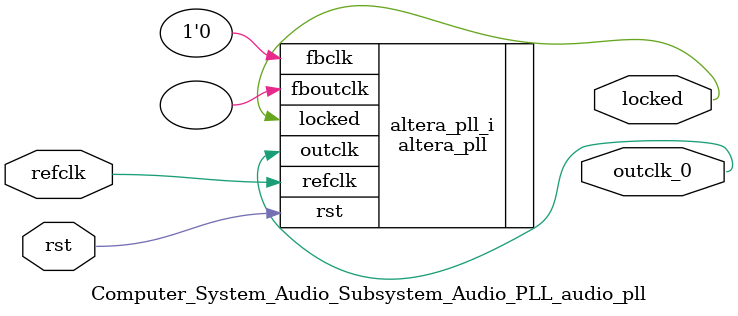
<source format=v>

`timescale 1ns/10ps
module  Computer_System_Audio_Subsystem_Audio_PLL_audio_pll(

	// interface 'refclk'
	input wire refclk,

	// interface 'reset'
	input wire rst,

	// interface 'outclk0'
	output wire outclk_0,

	// interface 'locked'
	output wire locked
);

	altera_pll #(
		.fractional_vco_multiplier("false"),
		.reference_clock_frequency("50.0 MHz"),
		.operation_mode("direct"),
		.number_of_clocks(1),
		.output_clock_frequency0("12.288135 MHz"),
		.phase_shift0("0 ps"),
		.duty_cycle0(50),
		.output_clock_frequency1("0 MHz"),
		.phase_shift1("0 ps"),
		.duty_cycle1(50),
		.output_clock_frequency2("0 MHz"),
		.phase_shift2("0 ps"),
		.duty_cycle2(50),
		.output_clock_frequency3("0 MHz"),
		.phase_shift3("0 ps"),
		.duty_cycle3(50),
		.output_clock_frequency4("0 MHz"),
		.phase_shift4("0 ps"),
		.duty_cycle4(50),
		.output_clock_frequency5("0 MHz"),
		.phase_shift5("0 ps"),
		.duty_cycle5(50),
		.output_clock_frequency6("0 MHz"),
		.phase_shift6("0 ps"),
		.duty_cycle6(50),
		.output_clock_frequency7("0 MHz"),
		.phase_shift7("0 ps"),
		.duty_cycle7(50),
		.output_clock_frequency8("0 MHz"),
		.phase_shift8("0 ps"),
		.duty_cycle8(50),
		.output_clock_frequency9("0 MHz"),
		.phase_shift9("0 ps"),
		.duty_cycle9(50),
		.output_clock_frequency10("0 MHz"),
		.phase_shift10("0 ps"),
		.duty_cycle10(50),
		.output_clock_frequency11("0 MHz"),
		.phase_shift11("0 ps"),
		.duty_cycle11(50),
		.output_clock_frequency12("0 MHz"),
		.phase_shift12("0 ps"),
		.duty_cycle12(50),
		.output_clock_frequency13("0 MHz"),
		.phase_shift13("0 ps"),
		.duty_cycle13(50),
		.output_clock_frequency14("0 MHz"),
		.phase_shift14("0 ps"),
		.duty_cycle14(50),
		.output_clock_frequency15("0 MHz"),
		.phase_shift15("0 ps"),
		.duty_cycle15(50),
		.output_clock_frequency16("0 MHz"),
		.phase_shift16("0 ps"),
		.duty_cycle16(50),
		.output_clock_frequency17("0 MHz"),
		.phase_shift17("0 ps"),
		.duty_cycle17(50),
		.pll_type("General"),
		.pll_subtype("General")
	) altera_pll_i (
		.rst	(rst),
		.outclk	({outclk_0}),
		.locked	(locked),
		.fboutclk	( ),
		.fbclk	(1'b0),
		.refclk	(refclk)
	);
endmodule


</source>
